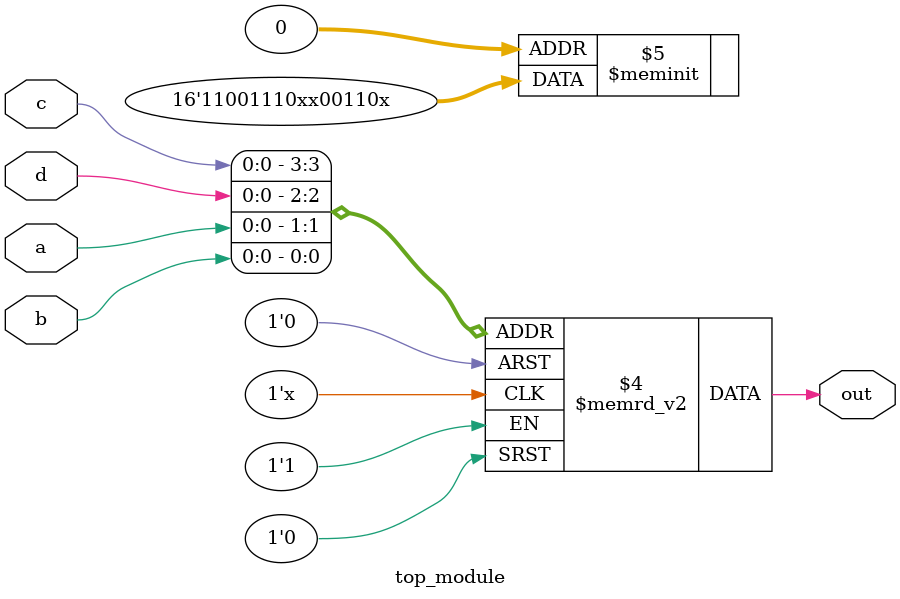
<source format=sv>
module top_module (
    input a, 
    input b,
    input c,
    input d,
    output reg out
);

always @(*) begin
    case({c, d, a, b})
        4'b0001: out = 0;
        4'b0010: out = 1;
        4'b0011: out = 1;
        4'b0100: out = 0;
        4'b0101: out = 0;
        4'b1000: out = 0;
        4'b1001: out = 1;
        4'b1010: out = 1;
        4'b1011: out = 1;
        4'b1100: out = 0;
        4'b1101: out = 0; // Changed to 0 for don't-care conditions
        4'b1100: out = 0; // Changed to 0 for don't-care conditions
        4'b1110: out = 1;
        4'b1111: out = 1;
        default: out = 1'bx; // Undefined for don't-care and unspecified conditions
    endcase
end

endmodule

</source>
